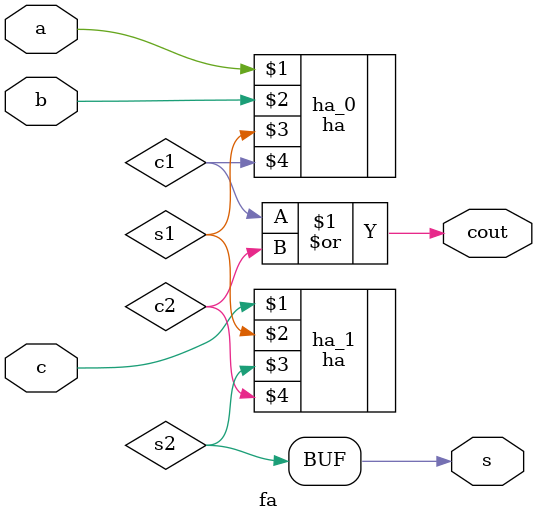
<source format=v>
module fa(a,b,c,s,cout);
	input a, b, c;
	output s, cout;
	
	wire s1, c1, s2, c2;
	
	ha ha_0(a, b, s1, c1);
	ha ha_1(c, s1, s2, c2);

	assign s = s2;
	assign cout = c1 | c2; 
endmodule

</source>
